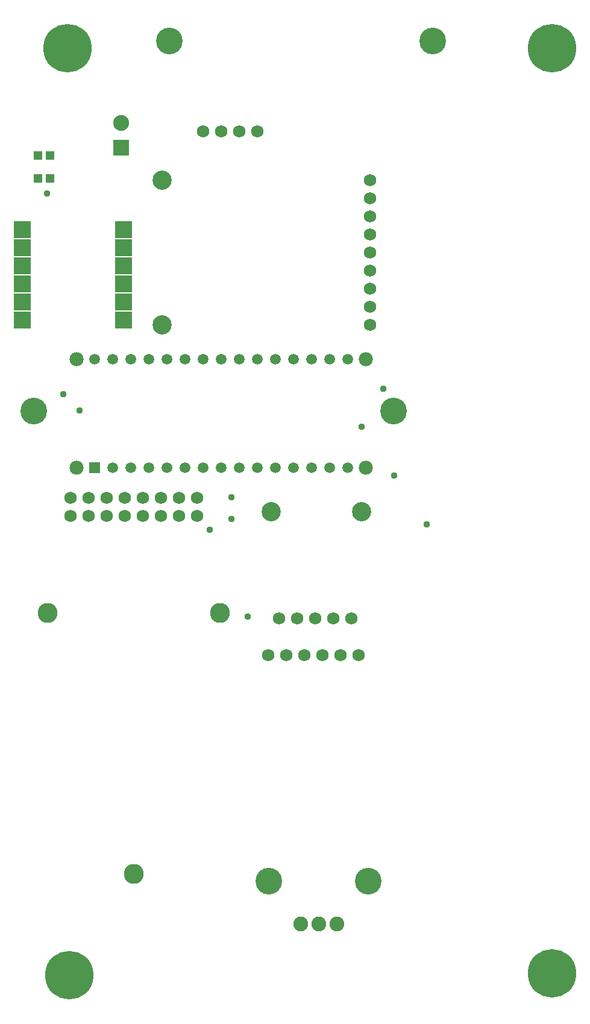
<source format=gbr>
G04 EAGLE Gerber RS-274X export*
G75*
%MOMM*%
%FSLAX34Y34*%
%LPD*%
%INSoldermask Top*%
%IPPOS*%
%AMOC8*
5,1,8,0,0,1.08239X$1,22.5*%
G01*
%ADD10C,6.803200*%
%ADD11C,3.743200*%
%ADD12C,1.981200*%
%ADD13R,1.511200X1.511200*%
%ADD14C,1.511200*%
%ADD15R,1.203200X1.303200*%
%ADD16R,2.235200X2.235200*%
%ADD17C,2.235200*%
%ADD18C,2.082800*%
%ADD19R,2.362200X2.489200*%
%ADD20C,1.727200*%
%ADD21C,2.803200*%
%ADD22C,2.703200*%
%ADD23C,0.959600*%


D10*
X97500Y1400000D03*
X100000Y97500D03*
X777500Y100000D03*
X777500Y1400000D03*
D11*
X520000Y230000D03*
X380000Y230000D03*
X50000Y890000D03*
X555000Y890000D03*
X240000Y1410000D03*
X610000Y1410000D03*
D12*
X109500Y810400D03*
D13*
X134900Y810400D03*
D14*
X160300Y810400D03*
X185700Y810400D03*
X211100Y810400D03*
X236500Y810400D03*
X261900Y810400D03*
X287300Y810400D03*
X312700Y810400D03*
X338100Y810400D03*
X363500Y810400D03*
X388900Y810400D03*
X414300Y810400D03*
X439700Y810400D03*
X465100Y810400D03*
X490500Y810400D03*
X490500Y962800D03*
X465100Y962800D03*
X439700Y962800D03*
X414300Y962800D03*
X388900Y962800D03*
X363500Y962800D03*
X338100Y962800D03*
X312700Y962800D03*
X287300Y962800D03*
X261900Y962800D03*
X236500Y962800D03*
X211100Y962800D03*
X185700Y962800D03*
X160300Y962800D03*
X134900Y962800D03*
D12*
X109500Y962800D03*
X515900Y962800D03*
X515900Y810400D03*
D15*
X55900Y1217000D03*
X72900Y1217000D03*
X55900Y1248900D03*
X72900Y1248900D03*
D16*
X172500Y1260000D03*
D17*
X172500Y1295000D03*
D18*
X425000Y170000D03*
X450400Y170000D03*
X475800Y170000D03*
D19*
X33875Y1145170D03*
X33875Y1119770D03*
X33875Y1094370D03*
X33875Y1068970D03*
X33875Y1043570D03*
X33875Y1018170D03*
X176125Y1018170D03*
X176125Y1043570D03*
X176125Y1068970D03*
X176125Y1094370D03*
X176125Y1119770D03*
X176125Y1145170D03*
D20*
X506000Y547500D03*
X480600Y547500D03*
X455200Y547500D03*
X429800Y547500D03*
X404400Y547500D03*
X379000Y547500D03*
D21*
X190000Y240200D03*
X69000Y606300D03*
X311000Y606300D03*
D20*
X101100Y743100D03*
X126500Y743100D03*
X151900Y743100D03*
X177300Y743100D03*
X202700Y743100D03*
X228100Y743100D03*
X253500Y743100D03*
X278900Y743100D03*
X278900Y768500D03*
X253500Y768500D03*
X228100Y768500D03*
X202700Y768500D03*
X177300Y768500D03*
X151900Y768500D03*
X126500Y768500D03*
X101100Y768500D03*
X394200Y598800D03*
X419600Y598800D03*
X445000Y598800D03*
X470400Y598800D03*
X495800Y598800D03*
D22*
X510000Y748470D03*
X383400Y748470D03*
D20*
X522000Y1214300D03*
X522000Y1188900D03*
X522000Y1163500D03*
X522000Y1138100D03*
X522000Y1112700D03*
X522000Y1087300D03*
X522000Y1061900D03*
X522000Y1036500D03*
X522000Y1011100D03*
D22*
X229900Y1214300D03*
X229900Y1011100D03*
D20*
X364020Y1283150D03*
X313220Y1283150D03*
X287820Y1283150D03*
X338620Y1283150D03*
D23*
X510540Y868680D03*
X297180Y723900D03*
X91440Y914400D03*
X114300Y891540D03*
X541020Y922020D03*
X601980Y731520D03*
X327660Y739140D03*
X327660Y769620D03*
X68580Y1196340D03*
X350520Y601980D03*
X556260Y800100D03*
M02*

</source>
